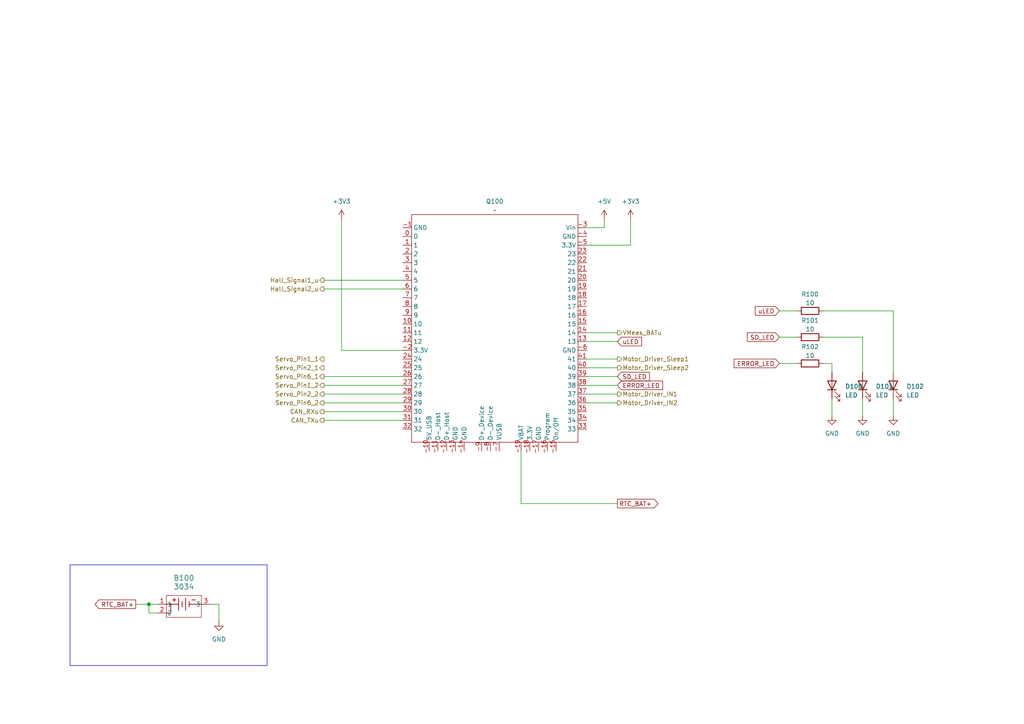
<source format=kicad_sch>
(kicad_sch (version 20231120) (generator "eeschema") (generator_version "8.0")
  (paper "A4")
  (lib_symbols
    (symbol "3034:3034" (pin_names (offset 0.254))
      (property "Reference" "B" (at 7.62 8.89 0))
      (property "Value" "3034" (at 7.62 5.08 0))
      (symbol "3034_0_1"
        (polyline (pts (xy 2.54 -3.81) (xy 12.7 -3.81)) (stroke (width 0.127)))
        (polyline (pts (xy 2.54 -2.54) (xy 3.81 -2.54)) (stroke (width 0.2032)))
        (polyline (pts (xy 2.54 0) (xy 6.096 0)) (stroke (width 0.2032)))
        (polyline (pts (xy 2.54 2.54) (xy 2.54 -3.81)) (stroke (width 0.127)))
        (polyline (pts (xy 3.81 0) (xy 3.81 -2.54)) (stroke (width 0.2032)))
        (polyline (pts (xy 4.318 1.27) (xy 5.334 1.27)) (stroke (width 0.2032)))
        (polyline (pts (xy 4.826 1.778) (xy 4.826 0.762)) (stroke (width 0.2032)))
        (polyline (pts (xy 6.096 -1.778) (xy 6.096 1.778)) (stroke (width 0.2032)))
        (polyline (pts (xy 7.112 0.762) (xy 7.112 -0.762)) (stroke (width 0.2032)))
        (polyline (pts (xy 8.128 -1.778) (xy 8.128 1.778)) (stroke (width 0.2032)))
        (polyline (pts (xy 9.144 0) (xy 12.7 0)) (stroke (width 0.2032)))
        (polyline (pts (xy 9.144 0.762) (xy 9.144 -0.762)) (stroke (width 0.2032)))
        (polyline (pts (xy 9.906 1.27) (xy 10.922 1.27)) (stroke (width 0.2032)))
        (polyline (pts (xy 12.7 -3.81) (xy 12.7 2.54)) (stroke (width 0.127)))
        (polyline (pts (xy 12.7 2.54) (xy 2.54 2.54)) (stroke (width 0.127)))
        (circle (center 3.81 0) (radius 0.127) (stroke (width 0.254)))
        (pin unspecified line (at 0 0 0) (length 2.54) (name "1") (number "1"))
        (pin unspecified line (at 0 -2.54 0) (length 2.54) (name "2") (number "2"))
        (pin unspecified line (at 15.24 0 180) (length 2.54) (name "3") (number "3"))
      )
    )
    (symbol "Device:LED" (pin_numbers hide) (pin_names (offset 1.016) hide)
      (property "Reference" "D" (at 0 2.54 0))
      (property "Value" "LED" (at 0 -2.54 0))
      (symbol "LED_0_1"
        (polyline (pts (xy -1.27 -1.27) (xy -1.27 1.27)) (stroke (width 0.254)))
        (polyline (pts (xy -1.27 0) (xy 1.27 0)))
        (polyline (pts (xy 1.27 -1.27) (xy 1.27 1.27) (xy -1.27 0) (xy 1.27 -1.27)) (stroke (width 0.254)))
        (polyline (pts (xy -3.048 -0.762) (xy -4.572 -2.286) (xy -3.81 -2.286) (xy -4.572 -2.286) (xy -4.572 -1.524)))
        (polyline (pts (xy -1.778 -0.762) (xy -3.302 -2.286) (xy -2.54 -2.286) (xy -3.302 -2.286) (xy -3.302 -1.524)))
      )
      (symbol "LED_1_1"
        (pin passive line (at -3.81 0 0) (length 2.54) (name "K") (number "1"))
        (pin passive line (at 3.81 0 180) (length 2.54) (name "A") (number "2"))
      )
    )
    (symbol "Device:R" (pin_numbers hide) (pin_names (offset 0))
      (property "Reference" "R" (at 2.032 0 90))
      (property "Value" "R" (at 0 0 90))
      (symbol "R_0_1"
        (rectangle (start -1.016 -2.54) (end 1.016 2.54) (stroke (width 0.254)))
      )
      (symbol "R_1_1"
        (pin passive line (at 0 3.81 270) (length 1.27) (name "~") (number "1"))
        (pin passive line (at 0 -3.81 90) (length 1.27) (name "~") (number "2"))
      )
    )
    (symbol "Teensy4.1:Teensy4.1"
      (property "Reference" "Q" (at 0 0 0))
      (symbol "Teensy4.1_0_1"
        (rectangle (start 0 0) (end 48.26 -66.04))
      )
      (symbol "Teensy4.1_1_1"
        (pin power_in line (at -2.54 -3.81 0) (length 2.54) (name "GND") (number "-1"))
        (pin bidirectional line (at 5.08 -68.58 90) (length 2.54) (name "5V_USB") (number "-10"))
        (pin bidirectional line (at 7.62 -68.58 90) (length 2.54) (name "D-_Host") (number "-11"))
        (pin bidirectional line (at 10.16 -68.58 90) (length 2.54) (name "D+_Host") (number "-12"))
        (pin power_in line (at 12.7 -68.58 90) (length 2.54) (name "GND") (number "-13"))
        (pin power_in line (at 15.24 -68.58 90) (length 2.54) (name "GND") (number "-14"))
        (pin bidirectional line (at 41.91 -68.58 90) (length 2.54) (name "On/Off") (number "-15"))
        (pin bidirectional line (at 39.37 -68.58 90) (length 2.54) (name "Program") (number "-16"))
        (pin power_in line (at 36.83 -68.58 90) (length 2.54) (name "GND") (number "-17"))
        (pin power_out line (at 34.29 -68.58 90) (length 2.54) (name "3.3V") (number "-18"))
        (pin power_in line (at 31.75 -68.58 90) (length 2.54) (name "VBAT") (number "-19"))
        (pin power_out line (at -2.54 -39.37 0) (length 2.54) (name "3.3V") (number "-2"))
        (pin power_in line (at 50.8 -3.81 180) (length 2.54) (name "Vin") (number "-3"))
        (pin power_in line (at 50.8 -6.35 180) (length 2.54) (name "GND") (number "-4"))
        (pin power_out line (at 50.8 -8.89 180) (length 2.54) (name "3.3V") (number "-5"))
        (pin power_in line (at 50.8 -39.37 180) (length 2.54) (name "GND") (number "-6"))
        (pin power_in line (at 25.4 -68.58 90) (length 2.54) (name "VUSB") (number "-7"))
        (pin bidirectional line (at 22.86 -68.58 90) (length 2.54) (name "D-_Device") (number "-8"))
        (pin bidirectional line (at 20.32 -68.58 90) (length 2.54) (name "D+_Device") (number "-9"))
        (pin bidirectional line (at -2.54 -6.35 0) (length 2.54) (name "0") (number "0"))
        (pin bidirectional line (at -2.54 -8.89 0) (length 2.54) (name "1") (number "1"))
        (pin bidirectional line (at -2.54 -31.75 0) (length 2.54) (name "10") (number "10"))
        (pin bidirectional line (at -2.54 -34.29 0) (length 2.54) (name "11") (number "11"))
        (pin bidirectional line (at -2.54 -36.83 0) (length 2.54) (name "12") (number "12"))
        (pin bidirectional line (at 50.8 -36.83 180) (length 2.54) (name "13") (number "13"))
        (pin bidirectional line (at 50.8 -34.29 180) (length 2.54) (name "14") (number "14"))
        (pin bidirectional line (at 50.8 -31.75 180) (length 2.54) (name "15") (number "15"))
        (pin bidirectional line (at 50.8 -29.21 180) (length 2.54) (name "16") (number "16"))
        (pin bidirectional line (at 50.8 -26.67 180) (length 2.54) (name "17") (number "17"))
        (pin bidirectional line (at 50.8 -24.13 180) (length 2.54) (name "18") (number "18"))
        (pin bidirectional line (at 50.8 -21.59 180) (length 2.54) (name "19") (number "19"))
        (pin bidirectional line (at -2.54 -11.43 0) (length 2.54) (name "2") (number "2"))
        (pin bidirectional line (at 50.8 -19.05 180) (length 2.54) (name "20") (number "20"))
        (pin bidirectional line (at 50.8 -16.51 180) (length 2.54) (name "21") (number "21"))
        (pin bidirectional line (at 50.8 -13.97 180) (length 2.54) (name "22") (number "22"))
        (pin bidirectional line (at 50.8 -11.43 180) (length 2.54) (name "23") (number "23"))
        (pin bidirectional line (at -2.54 -41.91 0) (length 2.54) (name "24") (number "24"))
        (pin bidirectional line (at -2.54 -44.45 0) (length 2.54) (name "25") (number "25"))
        (pin bidirectional line (at -2.54 -46.99 0) (length 2.54) (name "26") (number "26"))
        (pin bidirectional line (at -2.54 -49.53 0) (length 2.54) (name "27") (number "27"))
        (pin bidirectional line (at -2.54 -52.07 0) (length 2.54) (name "28") (number "28"))
        (pin bidirectional line (at -2.54 -54.61 0) (length 2.54) (name "29") (number "29"))
        (pin bidirectional line (at -2.54 -13.97 0) (length 2.54) (name "3") (number "3"))
        (pin bidirectional line (at -2.54 -57.15 0) (length 2.54) (name "30") (number "30"))
        (pin bidirectional line (at -2.54 -59.69 0) (length 2.54) (name "31") (number "31"))
        (pin bidirectional line (at -2.54 -62.23 0) (length 2.54) (name "32") (number "32"))
        (pin bidirectional line (at 50.8 -62.23 180) (length 2.54) (name "33") (number "33"))
        (pin bidirectional line (at 50.8 -59.69 180) (length 2.54) (name "34") (number "34"))
        (pin bidirectional line (at 50.8 -57.15 180) (length 2.54) (name "35") (number "35"))
        (pin bidirectional line (at 50.8 -54.61 180) (length 2.54) (name "36") (number "36"))
        (pin bidirectional line (at 50.8 -52.07 180) (length 2.54) (name "37") (number "37"))
        (pin bidirectional line (at 50.8 -49.53 180) (length 2.54) (name "38") (number "38"))
        (pin bidirectional line (at 50.8 -46.99 180) (length 2.54) (name "39") (number "39"))
        (pin bidirectional line (at -2.54 -16.51 0) (length 2.54) (name "4") (number "4"))
        (pin bidirectional line (at 50.8 -44.45 180) (length 2.54) (name "40") (number "40"))
        (pin bidirectional line (at 50.8 -41.91 180) (length 2.54) (name "41") (number "41"))
        (pin bidirectional line (at -2.54 -19.05 0) (length 2.54) (name "5") (number "5"))
        (pin bidirectional line (at -2.54 -21.59 0) (length 2.54) (name "6") (number "6"))
        (pin bidirectional line (at -2.54 -24.13 0) (length 2.54) (name "7") (number "7"))
        (pin bidirectional line (at -2.54 -26.67 0) (length 2.54) (name "8") (number "8"))
        (pin bidirectional line (at -2.54 -29.21 0) (length 2.54) (name "9") (number "9"))
      )
    )
    (symbol "power:+3V3" (power) (pin_numbers hide) (pin_names (offset 0) hide)
      (property "Value" "+3V3" (at 0 3.556 0))
      (symbol "+3V3_0_1"
        (polyline (pts (xy -0.762 1.27) (xy 0 2.54)))
        (polyline (pts (xy 0 0) (xy 0 2.54)))
        (polyline (pts (xy 0 2.54) (xy 0.762 1.27)))
      )
      (symbol "+3V3_1_1"
        (pin power_in line (at 0 0 90) (length 0) (name "~") (number "1"))
      )
    )
    (symbol "power:+5V" (power) (pin_numbers hide) (pin_names (offset 0) hide)
      (property "Value" "+5V" (at 0 3.556 0))
      (symbol "+5V_0_1"
        (polyline (pts (xy -0.762 1.27) (xy 0 2.54)))
        (polyline (pts (xy 0 0) (xy 0 2.54)))
        (polyline (pts (xy 0 2.54) (xy 0.762 1.27)))
      )
      (symbol "+5V_1_1"
        (pin power_in line (at 0 0 90) (length 0) (name "~") (number "1"))
      )
    )
    (symbol "power:GND" (power) (pin_numbers hide) (pin_names (offset 0) hide)
      (property "Value" "GND" (at 0 -3.81 0))
      (symbol "GND_0_1"
        (polyline (pts (xy 0 0) (xy 0 -1.27) (xy 1.27 -1.27) (xy 0 -2.54) (xy -1.27 -1.27) (xy 0 -1.27)))
      )
      (symbol "GND_1_1"
        (pin power_in line (at 0 0 270) (length 0) (name "~") (number "1"))
      )
    )
  )
  (junction (at 43.18 175.26))
  (wire (pts (xy 259.08 90.17) (xy 259.08 107.95)))
  (wire (pts (xy 170.18 99.06) (xy 179.07 99.06)))
  (wire (pts (xy 226.06 90.17) (xy 231.14 90.17)))
  (wire (pts (xy 170.18 111.76) (xy 179.07 111.76)))
  (wire (pts (xy 175.26 63.5) (xy 175.26 66.04)))
  (wire (pts (xy 170.18 96.52) (xy 179.07 96.52)))
  (wire (pts (xy 170.18 114.3) (xy 179.07 114.3)))
  (wire (pts (xy 238.76 90.17) (xy 259.08 90.17)))
  (wire (pts (xy 43.18 177.8) (xy 43.18 175.26)))
  (wire (pts (xy 226.06 97.79) (xy 231.14 97.79)))
  (wire (pts (xy 250.19 115.57) (xy 250.19 120.65)))
  (wire (pts (xy 93.98 109.22) (xy 116.84 109.22)))
  (wire (pts (xy 39.37 175.26) (xy 43.18 175.26)))
  (wire (pts (xy 179.07 146.05) (xy 151.13 146.05)))
  (wire (pts (xy 99.06 101.6) (xy 116.84 101.6)))
  (wire (pts (xy 93.98 83.82) (xy 116.84 83.82)))
  (wire (pts (xy 93.98 81.28) (xy 116.84 81.28)))
  (wire (pts (xy 241.3 105.41) (xy 241.3 107.95)))
  (wire (pts (xy 93.98 121.92) (xy 116.84 121.92)))
  (wire (pts (xy 170.18 104.14) (xy 179.07 104.14)))
  (wire (pts (xy 241.3 115.57) (xy 241.3 120.65)))
  (wire (pts (xy 238.76 105.41) (xy 241.3 105.41)))
  (wire (pts (xy 93.98 114.3) (xy 116.84 114.3)))
  (wire (pts (xy 170.18 109.22) (xy 179.07 109.22)))
  (wire (pts (xy 170.18 106.68) (xy 179.07 106.68)))
  (wire (pts (xy 93.98 111.76) (xy 116.84 111.76)))
  (wire (pts (xy 151.13 146.05) (xy 151.13 130.81)))
  (wire (pts (xy 93.98 119.38) (xy 116.84 119.38)))
  (wire (pts (xy 250.19 107.95) (xy 250.19 97.79)))
  (wire (pts (xy 175.26 66.04) (xy 170.18 66.04)))
  (wire (pts (xy 182.88 71.12) (xy 170.18 71.12)))
  (wire (pts (xy 45.72 177.8) (xy 43.18 177.8)))
  (wire (pts (xy 238.76 97.79) (xy 250.19 97.79)))
  (wire (pts (xy 43.18 175.26) (xy 45.72 175.26)))
  (wire (pts (xy 259.08 115.57) (xy 259.08 120.65)))
  (wire (pts (xy 182.88 63.5) (xy 182.88 71.12)))
  (wire (pts (xy 93.98 116.84) (xy 116.84 116.84)))
  (wire (pts (xy 170.18 116.84) (xy 179.07 116.84)))
  (wire (pts (xy 226.06 105.41) (xy 231.14 105.41)))
  (wire (pts (xy 99.06 63.5) (xy 99.06 101.6)))
  (wire (pts (xy 63.5 175.26) (xy 60.96 175.26)))
  (wire (pts (xy 63.5 180.34) (xy 63.5 175.26)))
  (rectangle (start 20.32 163.83) (end 77.47 193.04))
  (global_label "RTC_BAT+" (shape output) (at 179.07 146.05 0) (property "Intersheetrefs" "${INTERSHEET_REFS}" (effects (hide yes))))
  (global_label "uLED" (shape input) (at 179.07 99.06 0) (property "Intersheetrefs" "${INTERSHEET_REFS}" (effects (hide yes))))
  (global_label "ERROR_LED" (shape input) (at 179.07 111.76 0) (property "Intersheetrefs" "${INTERSHEET_REFS}" (effects (hide yes))))
  (global_label "ERROR_LED" (shape input) (at 226.06 105.41 180) (property "Intersheetrefs" "${INTERSHEET_REFS}" (effects (hide yes))))
  (global_label "uLED" (shape input) (at 226.06 90.17 180) (property "Intersheetrefs" "${INTERSHEET_REFS}" (effects (hide yes))))
  (global_label "SD_LED" (shape input) (at 226.06 97.79 180) (property "Intersheetrefs" "${INTERSHEET_REFS}" (effects (hide yes))))
  (global_label "RTC_BAT+" (shape output) (at 39.37 175.26 180) (property "Intersheetrefs" "${INTERSHEET_REFS}" (effects (hide yes))))
  (global_label "SD_LED" (shape input) (at 179.07 109.22 0) (property "Intersheetrefs" "${INTERSHEET_REFS}" (effects (hide yes))))
  (hierarchical_label "VMeas_BATu" (shape output) (at 179.07 96.52 0))
  (hierarchical_label "Servo_Pin1_1" (shape output) (at 93.98 104.14 180))
  (hierarchical_label "Servo_Pin6_2" (shape output) (at 93.98 116.84 180))
  (hierarchical_label "Hall_Signal2_u" (shape output) (at 93.98 83.82 180))
  (hierarchical_label "Servo_Pin6_1" (shape output) (at 93.98 109.22 180))
  (hierarchical_label "Servo_Pin1_2" (shape output) (at 93.98 111.76 180))
  (hierarchical_label "CAN_TXu" (shape output) (at 93.98 121.92 180))
  (hierarchical_label "Motor_Driver_Sleep1" (shape output) (at 179.07 104.14 0))
  (hierarchical_label "Servo_Pin2_1" (shape output) (at 93.98 106.68 180))
  (hierarchical_label "Servo_Pin2_2" (shape output) (at 93.98 114.3 180))
  (hierarchical_label "Motor_Driver_Sleep2" (shape output) (at 179.07 106.68 0))
  (hierarchical_label "CAN_RXu" (shape output) (at 93.98 119.38 180))
  (hierarchical_label "Motor_Driver_IN1" (shape output) (at 179.07 114.3 0))
  (hierarchical_label "Hall_Signal1_u" (shape output) (at 93.98 81.28 180))
  (hierarchical_label "Motor_Driver_IN2" (shape output) (at 179.07 116.84 0))
  (symbol (lib_id "Teensy4.1:Teensy4.1") (at 119.38 62.23 0) (unit 1)
    (property "Reference" "Q100" (at 143.51 58.42 0))
    (property "Value" "~" (at 143.51 60.96 0))
    (property "Footprint" "Teensy4_1:Teensy4_1" (effects (hide yes)))
  )
  (symbol (lib_id "power:GND") (at 250.19 120.65 0) (unit 1)
    (property "Reference" "#PWR0107" (effects (hide yes)))
    (property "Value" "GND" (at 250.19 125.73 0))
    (property "Description" "Power symbol creates a global label with name \"GND\" , ground" (effects (hide yes)))
  )
  (symbol (lib_id "Device:R") (at 234.95 105.41 90) (unit 1)
    (property "Reference" "R102" (at 234.95 100.584 90))
    (property "Value" "10" (at 234.95 103.124 90))
    (property "Footprint" "Resistor_SMD:R_0603_1608Metric_Pad0.98x0.95mm_HandSolder" (effects (hide yes)))
    (property "Description" "Resistor" (effects (hide yes)))
  )
  (symbol (lib_id "Device:R") (at 234.95 90.17 90) (unit 1)
    (property "Reference" "R100" (at 234.95 85.344 90))
    (property "Value" "10" (at 234.95 87.884 90))
    (property "Footprint" "Resistor_SMD:R_0603_1608Metric_Pad0.98x0.95mm_HandSolder" (effects (hide yes)))
    (property "Description" "Resistor" (effects (hide yes)))
  )
  (symbol (lib_id "power:GND") (at 259.08 120.65 0) (unit 1)
    (property "Reference" "#PWR0108" (effects (hide yes)))
    (property "Value" "GND" (at 259.08 125.73 0))
    (property "Description" "Power symbol creates a global label with name \"GND\" , ground" (effects (hide yes)))
  )
  (symbol (lib_id "Device:R") (at 234.95 97.79 90) (unit 1)
    (property "Reference" "R101" (at 234.95 92.964 90))
    (property "Value" "10" (at 234.95 95.504 90))
    (property "Footprint" "Resistor_SMD:R_0603_1608Metric_Pad0.98x0.95mm_HandSolder" (effects (hide yes)))
    (property "Description" "Resistor" (effects (hide yes)))
  )
  (symbol (lib_id "power:GND") (at 241.3 120.65 0) (unit 1)
    (property "Reference" "#PWR0106" (effects (hide yes)))
    (property "Value" "GND" (at 241.3 125.73 0))
    (property "Description" "Power symbol creates a global label with name \"GND\" , ground" (effects (hide yes)))
  )
  (symbol (lib_id "power:+3V3") (at 99.06 63.5 0) (unit 1)
    (property "Reference" "#PWR0104" (effects (hide yes)))
    (property "Value" "+3V3" (at 99.06 58.42 0))
    (property "Description" "Power symbol creates a global label with name \"+3V3\"" (effects (hide yes)))
  )
  (symbol (lib_id "3034:3034") (at 45.72 175.26 0) (unit 1)
    (property "Reference" "B100" (at 53.34 167.64 0) (effects (font (size 1.524 1.524))))
    (property "Value" "3034" (at 53.34 170.18 0) (effects (font (size 1.524 1.524))))
    (property "Footprint" "3034_KEY" (effects (hide yes)))
    (property "Datasheet" "3034" (effects (hide yes)))
  )
  (symbol (lib_id "power:GND") (at 63.5 180.34 0) (unit 1)
    (property "Reference" "#PWR0103" (effects (hide yes)))
    (property "Value" "GND" (at 63.5 185.42 0))
    (property "Description" "Power symbol creates a global label with name \"GND\" , ground" (effects (hide yes)))
  )
  (symbol (lib_id "Device:LED") (at 259.08 111.76 90) (unit 1)
    (property "Reference" "D102" (at 262.89 112.0774 90) (effects (justify right)))
    (property "Value" "LED" (at 262.89 114.6174 90) (effects (justify right)))
    (property "Footprint" "LED_SMD:LED_0805_2012Metric_Pad1.15x1.40mm_HandSolder" (effects (hide yes)))
    (property "Description" "Light emitting diode" (effects (hide yes)))
    (property "Digikey" "https://www.digikey.com/en/products/detail/yongyu-optoelectronics/YY0805PU-NN3S0-T3AR4/25558551" (effects (hide yes)))
  )
  (symbol (lib_id "Device:LED") (at 250.19 111.76 90) (unit 1)
    (property "Reference" "D101" (at 254 112.0774 90) (effects (justify right)))
    (property "Value" "LED" (at 254 114.6174 90) (effects (justify right)))
    (property "Footprint" "LED_SMD:LED_0805_2012Metric_Pad1.15x1.40mm_HandSolder" (effects (hide yes)))
    (property "Description" "Light emitting diode" (effects (hide yes)))
    (property "Digikey" "https://www.digikey.com/en/products/detail/yongyu-optoelectronics/YY0805PU-NN3S0-T3AR4/25558551" (effects (hide yes)))
  )
  (symbol (lib_id "power:+5V") (at 175.26 63.5 0) (unit 1)
    (property "Reference" "#PWR0128" (effects (hide yes)))
    (property "Value" "+5V" (at 175.26 58.42 0))
    (property "Description" "Power symbol creates a global label with name \"+5V\"" (effects (hide yes)))
  )
  (symbol (lib_id "power:+3V3") (at 182.88 63.5 0) (unit 1)
    (property "Reference" "#PWR0105" (effects (hide yes)))
    (property "Value" "+3V3" (at 182.88 58.42 0))
    (property "Description" "Power symbol creates a global label with name \"+3V3\"" (effects (hide yes)))
  )
  (symbol (lib_id "Device:LED") (at 241.3 111.76 90) (unit 1)
    (property "Reference" "D100" (at 245.11 112.0774 90) (effects (justify right)))
    (property "Value" "LED" (at 245.11 114.6174 90) (effects (justify right)))
    (property "Footprint" "LED_SMD:LED_0805_2012Metric_Pad1.15x1.40mm_HandSolder" (effects (hide yes)))
    (property "Description" "Light emitting diode" (effects (hide yes)))
    (property "Digikey" "https://www.digikey.com/en/products/detail/yongyu-optoelectronics/YY0805PU-NN3S0-T3AR4/25558551" (effects (hide yes)))
  )
)
</source>
